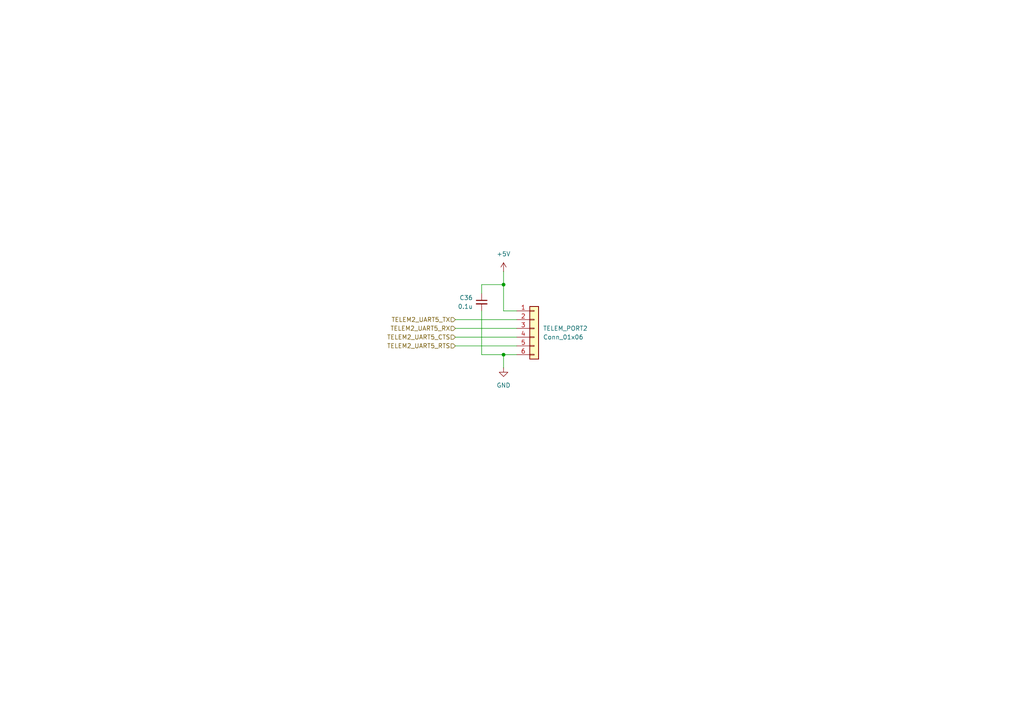
<source format=kicad_sch>
(kicad_sch (version 20231120) (generator "eeschema") (generator_version "8.0")
  (paper "A4")
  (lib_symbols
    (symbol "Connector_Generic:Conn_01x06" (pin_names (offset 1.016) hide)
      (property "Reference" "J" (at 0 7.62 0))
      (property "Value" "Conn_01x06" (at 0 -10.16 0))
      (symbol "Conn_01x06_1_1"
        (rectangle (start -1.27 -7.493) (end 0 -7.747) (stroke (width 0.1524)))
        (rectangle (start -1.27 -4.953) (end 0 -5.207) (stroke (width 0.1524)))
        (rectangle (start -1.27 -2.413) (end 0 -2.667) (stroke (width 0.1524)))
        (rectangle (start -1.27 0.127) (end 0 -0.127) (stroke (width 0.1524)))
        (rectangle (start -1.27 2.667) (end 0 2.413) (stroke (width 0.1524)))
        (rectangle (start -1.27 5.207) (end 0 4.953) (stroke (width 0.1524)))
        (rectangle (start -1.27 6.35) (end 1.27 -8.89) (stroke (width 0.254)) (fill (type background)))
        (pin passive line (at -5.08 5.08 0) (length 3.81) (name "Pin_1") (number "1"))
        (pin passive line (at -5.08 2.54 0) (length 3.81) (name "Pin_2") (number "2"))
        (pin passive line (at -5.08 0 0) (length 3.81) (name "Pin_3") (number "3"))
        (pin passive line (at -5.08 -2.54 0) (length 3.81) (name "Pin_4") (number "4"))
        (pin passive line (at -5.08 -5.08 0) (length 3.81) (name "Pin_5") (number "5"))
        (pin passive line (at -5.08 -7.62 0) (length 3.81) (name "Pin_6") (number "6"))
      )
    )
    (symbol "Device:C_Small" (pin_numbers hide) (pin_names (offset 0.254) hide)
      (property "Reference" "C" (at 0.254 1.778 0))
      (property "Value" "C_Small" (at 0.254 -2.032 0))
      (symbol "C_Small_0_1"
        (polyline (pts (xy -1.524 -0.508) (xy 1.524 -0.508)) (stroke (width 0.3302)))
        (polyline (pts (xy -1.524 0.508) (xy 1.524 0.508)) (stroke (width 0.3048)))
      )
      (symbol "C_Small_1_1"
        (pin passive line (at 0 2.54 270) (length 2.032) (name "~") (number "1"))
        (pin passive line (at 0 -2.54 90) (length 2.032) (name "~") (number "2"))
      )
    )
    (symbol "power:+5V" (power) (pin_numbers hide) (pin_names (offset 0) hide)
      (property "Value" "+5V" (at 0 3.556 0))
      (symbol "+5V_0_1"
        (polyline (pts (xy -0.762 1.27) (xy 0 2.54)))
        (polyline (pts (xy 0 0) (xy 0 2.54)))
        (polyline (pts (xy 0 2.54) (xy 0.762 1.27)))
      )
      (symbol "+5V_1_1"
        (pin power_in line (at 0 0 90) (length 0) (name "~") (number "1"))
      )
    )
    (symbol "power:GND" (power) (pin_numbers hide) (pin_names (offset 0) hide)
      (property "Value" "GND" (at 0 -3.81 0))
      (symbol "GND_0_1"
        (polyline (pts (xy 0 0) (xy 0 -1.27) (xy 1.27 -1.27) (xy 0 -2.54) (xy -1.27 -1.27) (xy 0 -1.27)))
      )
      (symbol "GND_1_1"
        (pin power_in line (at 0 0 270) (length 0) (name "~") (number "1"))
      )
    )
  )
  (junction (at 146.05 82.55))
  (junction (at 146.05 102.87))
  (wire (pts (xy 139.7 102.87) (xy 146.05 102.87)))
  (wire (pts (xy 146.05 78.74) (xy 146.05 82.55)))
  (wire (pts (xy 139.7 85.09) (xy 139.7 82.55)))
  (wire (pts (xy 146.05 102.87) (xy 149.86 102.87)))
  (wire (pts (xy 132.08 92.71) (xy 149.86 92.71)))
  (wire (pts (xy 146.05 90.17) (xy 149.86 90.17)))
  (wire (pts (xy 146.05 106.68) (xy 146.05 102.87)))
  (wire (pts (xy 139.7 82.55) (xy 146.05 82.55)))
  (wire (pts (xy 132.08 97.79) (xy 149.86 97.79)))
  (wire (pts (xy 132.08 95.25) (xy 149.86 95.25)))
  (wire (pts (xy 146.05 82.55) (xy 146.05 90.17)))
  (wire (pts (xy 132.08 100.33) (xy 149.86 100.33)))
  (wire (pts (xy 139.7 90.17) (xy 139.7 102.87)))
  (hierarchical_label "TELEM2_UART5_TX" (shape input) (at 132.08 92.71 180))
  (hierarchical_label "TELEM2_UART5_RTS" (shape input) (at 132.08 100.33 180))
  (hierarchical_label "TELEM2_UART5_CTS" (shape input) (at 132.08 97.79 180))
  (hierarchical_label "TELEM2_UART5_RX" (shape input) (at 132.08 95.25 180))
  (symbol (lib_id "power:GND") (at 146.05 106.68 0) (unit 1)
    (property "Reference" "#PWR073" (effects (hide yes)))
    (property "Value" "GND" (at 146.05 111.76 0))
    (property "Description" "Power symbol creates a global label with name \"GND\" , ground" (effects (hide yes)))
  )
  (symbol (lib_id "Device:C_Small") (at 139.7 87.63 0) (unit 1)
    (property "Reference" "C36" (at 137.16 86.3662 0) (effects (justify right)))
    (property "Value" "0.1u" (at 137.16 88.9062 0) (effects (justify right)))
    (property "Footprint" "Capacitor_SMD:C_0402_1005Metric_Pad0.74x0.62mm_HandSolder" (effects (hide yes)))
    (property "Description" "Unpolarized capacitor, small symbol" (effects (hide yes)))
  )
  (symbol (lib_id "power:+5V") (at 146.05 78.74 0) (unit 1)
    (property "Reference" "#PWR072" (effects (hide yes)))
    (property "Value" "+5V" (at 146.05 73.66 0))
    (property "Description" "Power symbol creates a global label with name \"+5V\"" (effects (hide yes)))
  )
  (symbol (lib_id "Connector_Generic:Conn_01x06") (at 154.94 95.25 0) (unit 1)
    (property "Reference" "TELEM_PORT2" (at 157.48 95.2499 0) (effects (justify left)))
    (property "Value" "Conn_01x06" (at 157.48 97.7899 0) (effects (justify left)))
    (property "Footprint" "Connector_JST:JST_GH_BM06B-GHS-TBT_1x06-1MP_P1.25mm_Vertical" (effects (hide yes)))
    (property "Description" "Generic connector, single row, 01x06, script generated (kicad-library-utils/schlib/autogen/connector/)" (effects (hide yes)))
  )
)
</source>
